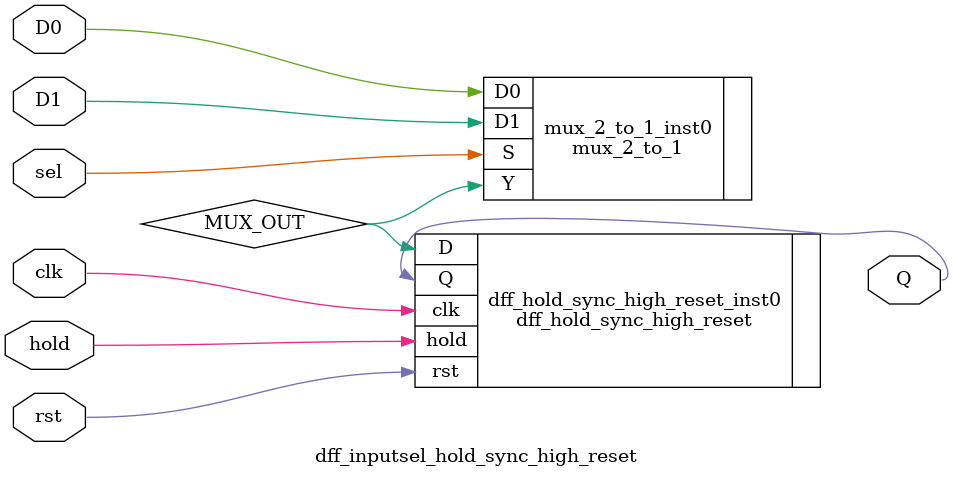
<source format=v>
module dff_inputsel_hold_sync_high_reset (
  clk,
  rst,
  hold,
  sel,
  D0,
  D1,
  Q);
  
  parameter DATA_WIDTH = 1;
  
  input                   clk;
  input                   rst;
  input                   hold;
  input                   sel;
  input  [DATA_WIDTH-1:0] D0;
  input  [DATA_WIDTH-1:0] D1;
  output [DATA_WIDTH-1:0] Q;
  
  wire                    clk;
  wire                    rst;
  wire                    hold;
  wire                    sel;
  wire   [DATA_WIDTH-1:0] D0;
  wire   [DATA_WIDTH-1:0] D1;
  wire   [DATA_WIDTH-1:0] Q;
  
  wire   [DATA_WIDTH-1:0] MUX_OUT;
  
  mux_2_to_1 # (
    .DATA_WIDTH(DATA_WIDTH)
  ) mux_2_to_1_inst0 (
    .D0(D0),
    .D1(D1),
    .S(sel),
    .Y(MUX_OUT)
  ); 
  
  dff_hold_sync_high_reset # (
    .DATA_WIDTH(DATA_WIDTH)
  ) dff_hold_sync_high_reset_inst0 (
    .clk(clk),
    .rst(rst),
	.hold(hold),
    .D(MUX_OUT),
    .Q(Q)
  );
  
endmodule

</source>
